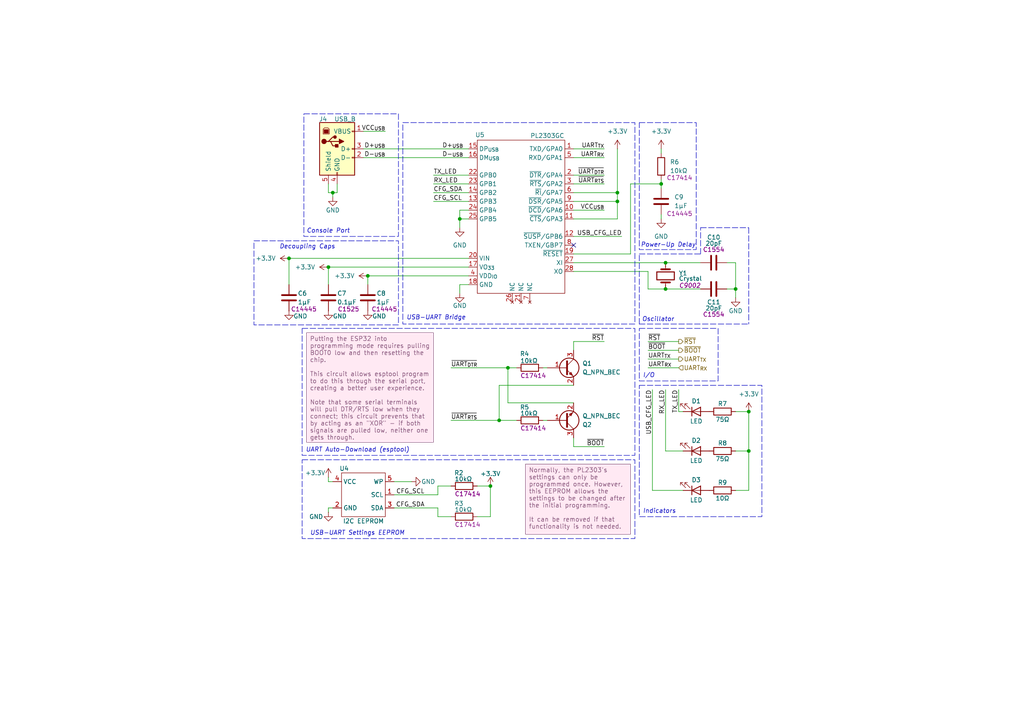
<source format=kicad_sch>
(kicad_sch (version 20231120) (generator "eeschema") (generator_version "8.0")
  (paper "A4")
  (title_block (title "Candytuft WS2811 Controller - USB-UART Circuitry") (date "2024-10-18") (rev "1") (company "https://git.creatures.gay/digimint/candytuft") (comment 3 "Licensed under the CERN OHL-S v2") (comment 4 "Copyright 2024 digimint"))
  (lib_symbols
    (symbol "Connector:USB_B" (pin_names (offset 1.016))
      (property "Reference" "J" (at -5.08 11.43 0))
      (property "Value" "USB_B" (at -5.08 8.89 0))
      (symbol "USB_B_0_1"
        (rectangle (start -5.08 -7.62) (end 5.08 7.62) (stroke (width 0.254)) (fill (type background)))
        (circle (center -3.81 2.159) (radius 0.635) (stroke (width 0.254)) (fill (type outline)))
        (rectangle (start -3.81 5.588) (end -2.54 4.572) (fill (type outline)))
        (circle (center -0.635 3.429) (radius 0.381) (stroke (width 0.254)) (fill (type outline)))
        (rectangle (start -0.127 -7.62) (end 0.127 -6.858))
        (polyline (pts (xy -1.905 2.159) (xy 0.635 2.159)) (stroke (width 0.254)))
        (polyline (pts (xy -3.175 2.159) (xy -2.54 2.159) (xy -1.27 3.429) (xy -0.635 3.429)) (stroke (width 0.254)))
        (polyline (pts (xy -2.54 2.159) (xy -1.905 2.159) (xy -1.27 0.889) (xy 0 0.889)) (stroke (width 0.254)))
        (polyline (pts (xy 0.635 2.794) (xy 0.635 1.524) (xy 1.905 2.159) (xy 0.635 2.794)) (stroke (width 0.254)) (fill (type outline)))
        (polyline (pts (xy -4.064 4.318) (xy -2.286 4.318) (xy -2.286 5.715) (xy -2.667 6.096) (xy -3.683 6.096) (xy -4.064 5.715) (xy -4.064 4.318)))
        (rectangle (start 0.254 1.27) (end -0.508 0.508) (stroke (width 0.254)) (fill (type outline)))
        (rectangle (start 5.08 -2.667) (end 4.318 -2.413))
        (rectangle (start 5.08 -0.127) (end 4.318 0.127))
        (rectangle (start 5.08 4.953) (end 4.318 5.207))
      )
      (symbol "USB_B_1_1"
        (pin power_out line (at 7.62 5.08 180) (length 2.54) (name "VBUS") (number "1"))
        (pin bidirectional line (at 7.62 -2.54 180) (length 2.54) (name "D-") (number "2"))
        (pin bidirectional line (at 7.62 0 180) (length 2.54) (name "D+") (number "3"))
        (pin power_out line (at 0 -10.16 90) (length 2.54) (name "GND") (number "4"))
        (pin passive line (at -2.54 -10.16 90) (length 2.54) (name "Shield") (number "5"))
      )
    )
    (symbol "Device:C" (pin_numbers hide) (pin_names (offset 0.254))
      (property "Reference" "C" (at 0.635 2.54 0))
      (property "Value" "C" (at 0.635 -2.54 0))
      (symbol "C_0_1"
        (polyline (pts (xy -2.032 -0.762) (xy 2.032 -0.762)) (stroke (width 0.508)))
        (polyline (pts (xy -2.032 0.762) (xy 2.032 0.762)) (stroke (width 0.508)))
      )
      (symbol "C_1_1"
        (pin passive line (at 0 3.81 270) (length 2.794) (name "~") (number "1"))
        (pin passive line (at 0 -3.81 90) (length 2.794) (name "~") (number "2"))
      )
    )
    (symbol "Device:Crystal" (pin_numbers hide) (pin_names (offset 1.016) hide)
      (property "Reference" "Y" (at 0 3.81 0))
      (property "Value" "Crystal" (at 0 -3.81 0))
      (symbol "Crystal_0_1"
        (rectangle (start -1.143 2.54) (end 1.143 -2.54) (stroke (width 0.3048)))
        (polyline (pts (xy -2.54 0) (xy -1.905 0)))
        (polyline (pts (xy -1.905 -1.27) (xy -1.905 1.27)) (stroke (width 0.508)))
        (polyline (pts (xy 1.905 -1.27) (xy 1.905 1.27)) (stroke (width 0.508)))
        (polyline (pts (xy 2.54 0) (xy 1.905 0)))
      )
      (symbol "Crystal_1_1"
        (pin passive line (at -3.81 0 0) (length 1.27) (name "1") (number "1"))
        (pin passive line (at 3.81 0 180) (length 1.27) (name "2") (number "2"))
      )
    )
    (symbol "Device:LED" (pin_numbers hide) (pin_names (offset 1.016) hide)
      (property "Reference" "D" (at 0 2.54 0))
      (property "Value" "LED" (at 0 -2.54 0))
      (symbol "LED_0_1"
        (polyline (pts (xy -1.27 -1.27) (xy -1.27 1.27)) (stroke (width 0.254)))
        (polyline (pts (xy -1.27 0) (xy 1.27 0)))
        (polyline (pts (xy 1.27 -1.27) (xy 1.27 1.27) (xy -1.27 0) (xy 1.27 -1.27)) (stroke (width 0.254)))
        (polyline (pts (xy -3.048 -0.762) (xy -4.572 -2.286) (xy -3.81 -2.286) (xy -4.572 -2.286) (xy -4.572 -1.524)))
        (polyline (pts (xy -1.778 -0.762) (xy -3.302 -2.286) (xy -2.54 -2.286) (xy -3.302 -2.286) (xy -3.302 -1.524)))
      )
      (symbol "LED_1_1"
        (pin passive line (at -3.81 0 0) (length 2.54) (name "K") (number "1"))
        (pin passive line (at 3.81 0 180) (length 2.54) (name "A") (number "2"))
      )
    )
    (symbol "Device:Q_NPN_BEC" (pin_names (offset 0) hide)
      (property "Reference" "Q" (at 5.08 1.27 0))
      (property "Value" "Q_NPN_BEC" (at 5.08 -1.27 0))
      (symbol "Q_NPN_BEC_0_1"
        (polyline (pts (xy 0.635 0.635) (xy 2.54 2.54)))
        (polyline (pts (xy 0.635 -0.635) (xy 2.54 -2.54) (xy 2.54 -2.54)))
        (polyline (pts (xy 0.635 1.905) (xy 0.635 -1.905) (xy 0.635 -1.905)) (stroke (width 0.508)))
        (polyline (pts (xy 1.27 -1.778) (xy 1.778 -1.27) (xy 2.286 -2.286) (xy 1.27 -1.778) (xy 1.27 -1.778)) (fill (type outline)))
        (circle (center 1.27 0) (radius 2.8194) (stroke (width 0.254)))
      )
      (symbol "Q_NPN_BEC_1_1"
        (pin input line (at -5.08 0 0) (length 5.715) (name "B") (number "1"))
        (pin passive line (at 2.54 -5.08 90) (length 2.54) (name "E") (number "2"))
        (pin passive line (at 2.54 5.08 270) (length 2.54) (name "C") (number "3"))
      )
    )
    (symbol "Device:R" (pin_numbers hide) (pin_names (offset 0))
      (property "Reference" "R" (at 2.032 0 90))
      (property "Value" "R" (at 0 0 90))
      (symbol "R_0_1"
        (rectangle (start -1.016 -2.54) (end 1.016 2.54) (stroke (width 0.254)))
      )
      (symbol "R_1_1"
        (pin passive line (at 0 3.81 270) (length 1.27) (name "~") (number "1"))
        (pin passive line (at 0 -3.81 90) (length 1.27) (name "~") (number "2"))
      )
    )
    (symbol "candytuft:24C02S"
      (property "Reference" "U" (at -5.588 7.62 0))
      (symbol "24C02S_0_1"
        (rectangle (start -6.35 6.35) (end 6.35 -6.35))
      )
      (symbol "24C02S_1_1"
        (pin open_collector line (at 8.89 0 180) (length 2.54) (name "SCL") (number "1"))
        (pin power_in line (at -8.89 -3.81 0) (length 2.54) (name "GND") (number "2"))
        (pin open_collector line (at 8.89 -3.81 180) (length 2.54) (name "SDA") (number "3"))
        (pin power_in line (at -8.89 3.81 0) (length 2.54) (name "VCC") (number "4"))
        (pin input line (at 8.89 3.81 180) (length 2.54) (name "WP") (number "5"))
      )
    )
    (symbol "candytuft:PL2303GC"
      (property "Reference" "U" (at -11.938 7.874 0))
      (property "Value" "PL2303GC" (at 7.366 7.62 0))
      (symbol "PL2303GC_0_1"
        (rectangle (start -12.7 6.35) (end 12.7 -38.1))
      )
      (symbol "PL2303GC_1_1"
        (pin output line (at 15.24 3.81 180) (length 2.54) (name "TXD/GPA0") (number "1"))
        (pin input line (at 15.24 -13.97 180) (length 2.54) (name "~{DCD}/GPA6") (number "10"))
        (pin input line (at 15.24 -16.51 180) (length 2.54) (name "~{CTS}/GPA3") (number "11"))
        (pin output line (at 15.24 -21.59 180) (length 2.54) (name "~{SUSP}/GPB6") (number "12"))
        (pin bidirectional line (at -15.24 -11.43 0) (length 2.54) (name "GPB3") (number "13"))
        (pin bidirectional line (at -15.24 -8.89 0) (length 2.54) (name "GPB2") (number "14"))
        (pin bidirectional line (at -15.24 3.81 0) (length 2.54) (name "DP_{USB}") (number "15"))
        (pin bidirectional line (at -15.24 1.27 0) (length 2.54) (name "DM_{USB}") (number "16"))
        (pin power_in line (at -15.24 -30.48 0) (length 2.54) (name "VO_{33}") (number "17"))
        (pin power_in line (at -15.24 -35.56 0) (length 2.54) (name "GND") (number "18"))
        (pin input line (at 15.24 -26.67 180) (length 2.54) (name "~{RESET}") (number "19"))
        (pin output line (at 15.24 -3.81 180) (length 2.54) (name "~{DTR}/GPA4") (number "2"))
        (pin power_in line (at -15.24 -27.94 0) (length 2.54) (name "VIN") (number "20"))
        (pin no_connect line (at 0 -40.64 90) (length 2.54) (name "NC") (number "21"))
        (pin bidirectional line (at -15.24 -3.81 0) (length 2.54) (name "GPB0") (number "22"))
        (pin bidirectional line (at -15.24 -6.35 0) (length 2.54) (name "GPB1") (number "23"))
        (pin bidirectional line (at -15.24 -13.97 0) (length 2.54) (name "GPB4") (number "24"))
        (pin bidirectional line (at -15.24 -16.51 0) (length 2.54) (name "GPB5") (number "25"))
        (pin no_connect line (at -2.54 -40.64 90) (length 2.54) (name "NC") (number "26"))
        (pin input line (at 15.24 -29.21 180) (length 2.54) (name "XI") (number "27"))
        (pin input line (at 15.24 -31.75 180) (length 2.54) (name "XO") (number "28"))
        (pin output line (at 15.24 -6.35 180) (length 2.54) (name "~{RTS}/GPA2") (number "3"))
        (pin power_in line (at -15.24 -33.02 0) (length 2.54) (name "VDD_{IO}") (number "4"))
        (pin input line (at 15.24 1.27 180) (length 2.54) (name "RXD/GPA1") (number "5"))
        (pin input line (at 15.24 -8.89 180) (length 2.54) (name "~{RI}/GPA7") (number "6"))
        (pin no_connect line (at 2.54 -40.64 90) (length 2.54) (name "NC") (number "7"))
        (pin output line (at 15.24 -24.13 180) (length 2.54) (name "TXEN/GBP7") (number "8"))
        (pin input line (at 15.24 -11.43 180) (length 2.54) (name "~{DSR}/GPA5") (number "9"))
      )
    )
    (symbol "power:+3.3V" (power) (pin_numbers hide) (pin_names (offset 0) hide)
      (property "Value" "+3.3V" (at 0 3.556 0))
      (symbol "+3.3V_0_1"
        (polyline (pts (xy -0.762 1.27) (xy 0 2.54)))
        (polyline (pts (xy 0 0) (xy 0 2.54)))
        (polyline (pts (xy 0 2.54) (xy 0.762 1.27)))
      )
      (symbol "+3.3V_1_1"
        (pin power_in line (at 0 0 90) (length 0) (name "~") (number "1"))
      )
    )
    (symbol "power:GND" (power) (pin_numbers hide) (pin_names (offset 0) hide)
      (property "Value" "GND" (at 0 -3.81 0))
      (symbol "GND_0_1"
        (polyline (pts (xy 0 0) (xy 0 -1.27) (xy 1.27 -1.27) (xy 0 -2.54) (xy -1.27 -1.27) (xy 0 -1.27)))
      )
      (symbol "GND_1_1"
        (pin power_in line (at 0 0 270) (length 0) (name "~") (number "1"))
      )
    )
  )
  (junction (at 133.35 63.5))
  (junction (at 96.52 55.88))
  (junction (at 95.25 77.47))
  (junction (at 193.04 76.2))
  (junction (at 106.68 80.01))
  (junction (at 217.17 130.81))
  (junction (at 193.04 83.82))
  (junction (at 179.07 55.88))
  (junction (at 144.78 121.92))
  (junction (at 191.77 53.34))
  (junction (at 142.24 140.97))
  (junction (at 179.07 58.42))
  (junction (at 83.82 74.93))
  (junction (at 147.32 106.68))
  (junction (at 213.36 83.82))
  (junction (at 217.17 119.38))
  (no_connect (at 166.37 71.12))
  (wire (pts (xy 213.36 76.2) (xy 213.36 83.82)))
  (wire (pts (xy 95.25 147.32) (xy 95.25 148.59)))
  (wire (pts (xy 193.04 130.81) (xy 198.12 130.81)))
  (wire (pts (xy 196.85 101.6) (xy 187.96 101.6)))
  (wire (pts (xy 96.52 57.15) (xy 96.52 55.88)))
  (wire (pts (xy 166.37 53.34) (xy 175.26 53.34)))
  (wire (pts (xy 191.77 63.5) (xy 191.77 62.23)))
  (wire (pts (xy 105.41 43.18) (xy 135.89 43.18)))
  (wire (pts (xy 166.37 101.6) (xy 166.37 99.06)))
  (wire (pts (xy 138.43 140.97) (xy 142.24 140.97)))
  (wire (pts (xy 179.07 43.18) (xy 179.07 55.88)))
  (wire (pts (xy 147.32 116.84) (xy 166.37 116.84)))
  (wire (pts (xy 187.96 78.74) (xy 187.96 83.82)))
  (wire (pts (xy 106.68 80.01) (xy 106.68 82.55)))
  (wire (pts (xy 142.24 149.86) (xy 138.43 149.86)))
  (wire (pts (xy 213.36 142.24) (xy 217.17 142.24)))
  (wire (pts (xy 105.41 45.72) (xy 135.89 45.72)))
  (wire (pts (xy 210.82 76.2) (xy 213.36 76.2)))
  (wire (pts (xy 97.79 55.88) (xy 97.79 53.34)))
  (wire (pts (xy 142.24 140.97) (xy 142.24 149.86)))
  (wire (pts (xy 191.77 53.34) (xy 191.77 54.61)))
  (wire (pts (xy 127 147.32) (xy 127 149.86)))
  (wire (pts (xy 114.3 139.7) (xy 119.38 139.7)))
  (polyline (pts (xy 185.42 73.66) (xy 203.2 73.66)) (stroke (width 0) (type dash)))
  (wire (pts (xy 125.73 55.88) (xy 135.89 55.88)))
  (wire (pts (xy 166.37 43.18) (xy 175.26 43.18)))
  (wire (pts (xy 130.81 106.68) (xy 147.32 106.68)))
  (wire (pts (xy 95.25 77.47) (xy 135.89 77.47)))
  (wire (pts (xy 182.88 53.34) (xy 191.77 53.34)))
  (wire (pts (xy 196.85 119.38) (xy 198.12 119.38)))
  (wire (pts (xy 147.32 106.68) (xy 149.86 106.68)))
  (wire (pts (xy 95.25 77.47) (xy 95.25 82.55)))
  (wire (pts (xy 95.25 55.88) (xy 95.25 53.34)))
  (wire (pts (xy 166.37 73.66) (xy 182.88 73.66)))
  (polyline (pts (xy 203.2 73.66) (xy 203.2 66.04)) (stroke (width 0) (type dash)))
  (polyline (pts (xy 185.42 93.98) (xy 185.42 73.66)) (stroke (width 0) (type dash)))
  (wire (pts (xy 127 143.51) (xy 127 140.97)))
  (wire (pts (xy 187.96 83.82) (xy 193.04 83.82)))
  (wire (pts (xy 157.48 106.68) (xy 158.75 106.68)))
  (wire (pts (xy 133.35 63.5) (xy 135.89 63.5)))
  (wire (pts (xy 182.88 73.66) (xy 182.88 53.34)))
  (wire (pts (xy 166.37 58.42) (xy 179.07 58.42)))
  (wire (pts (xy 213.36 83.82) (xy 210.82 83.82)))
  (wire (pts (xy 144.78 111.76) (xy 144.78 121.92)))
  (wire (pts (xy 111.76 38.1) (xy 105.41 38.1)))
  (wire (pts (xy 133.35 82.55) (xy 133.35 85.09)))
  (wire (pts (xy 196.85 113.03) (xy 196.85 119.38)))
  (wire (pts (xy 147.32 106.68) (xy 147.32 116.84)))
  (wire (pts (xy 166.37 78.74) (xy 187.96 78.74)))
  (wire (pts (xy 125.73 53.34) (xy 135.89 53.34)))
  (wire (pts (xy 96.52 55.88) (xy 95.25 55.88)))
  (wire (pts (xy 127 149.86) (xy 130.81 149.86)))
  (polyline (pts (xy 185.42 93.98) (xy 217.17 93.98)) (stroke (width 0) (type dash)))
  (wire (pts (xy 166.37 63.5) (xy 179.07 63.5)))
  (wire (pts (xy 83.82 74.93) (xy 83.82 82.55)))
  (wire (pts (xy 133.35 60.96) (xy 133.35 63.5)))
  (wire (pts (xy 191.77 43.18) (xy 191.77 44.45)))
  (wire (pts (xy 135.89 82.55) (xy 133.35 82.55)))
  (wire (pts (xy 83.82 74.93) (xy 135.89 74.93)))
  (wire (pts (xy 179.07 63.5) (xy 179.07 58.42)))
  (wire (pts (xy 144.78 121.92) (xy 149.86 121.92)))
  (wire (pts (xy 196.85 104.14) (xy 187.96 104.14)))
  (wire (pts (xy 133.35 63.5) (xy 133.35 66.04)))
  (wire (pts (xy 166.37 99.06) (xy 175.26 99.06)))
  (wire (pts (xy 166.37 127) (xy 166.37 129.54)))
  (wire (pts (xy 96.52 139.7) (xy 95.25 139.7)))
  (wire (pts (xy 97.79 55.88) (xy 96.52 55.88)))
  (wire (pts (xy 127 140.97) (xy 130.81 140.97)))
  (wire (pts (xy 196.85 106.68) (xy 187.96 106.68)))
  (wire (pts (xy 130.81 121.92) (xy 144.78 121.92)))
  (wire (pts (xy 166.37 129.54) (xy 175.26 129.54)))
  (wire (pts (xy 180.34 68.58) (xy 166.37 68.58)))
  (wire (pts (xy 166.37 50.8) (xy 175.26 50.8)))
  (wire (pts (xy 179.07 58.42) (xy 179.07 55.88)))
  (wire (pts (xy 135.89 60.96) (xy 133.35 60.96)))
  (wire (pts (xy 191.77 52.07) (xy 191.77 53.34)))
  (wire (pts (xy 144.78 111.76) (xy 166.37 111.76)))
  (wire (pts (xy 189.23 113.03) (xy 189.23 142.24)))
  (wire (pts (xy 157.48 121.92) (xy 158.75 121.92)))
  (wire (pts (xy 114.3 147.32) (xy 127 147.32)))
  (wire (pts (xy 213.36 83.82) (xy 213.36 86.36)))
  (wire (pts (xy 114.3 143.51) (xy 127 143.51)))
  (wire (pts (xy 213.36 130.81) (xy 217.17 130.81)))
  (polyline (pts (xy 203.2 66.04) (xy 217.17 66.04)) (stroke (width 0) (type dash)))
  (wire (pts (xy 166.37 55.88) (xy 179.07 55.88)))
  (wire (pts (xy 175.26 60.96) (xy 166.37 60.96)))
  (wire (pts (xy 166.37 45.72) (xy 175.26 45.72)))
  (wire (pts (xy 106.68 80.01) (xy 135.89 80.01)))
  (wire (pts (xy 196.85 99.06) (xy 187.96 99.06)))
  (wire (pts (xy 193.04 76.2) (xy 203.2 76.2)))
  (wire (pts (xy 125.73 58.42) (xy 135.89 58.42)))
  (wire (pts (xy 193.04 113.03) (xy 193.04 130.81)))
  (wire (pts (xy 213.36 119.38) (xy 217.17 119.38)))
  (wire (pts (xy 166.37 76.2) (xy 193.04 76.2)))
  (wire (pts (xy 95.25 138.43) (xy 95.25 139.7)))
  (wire (pts (xy 189.23 142.24) (xy 198.12 142.24)))
  (wire (pts (xy 217.17 119.38) (xy 217.17 130.81)))
  (wire (pts (xy 96.52 147.32) (xy 95.25 147.32)))
  (wire (pts (xy 193.04 83.82) (xy 203.2 83.82)))
  (polyline (pts (xy 217.17 66.04) (xy 217.17 93.98)) (stroke (width 0) (type dash)))
  (wire (pts (xy 125.73 50.8) (xy 135.89 50.8)))
  (wire (pts (xy 217.17 130.81) (xy 217.17 142.24)))
  (rectangle (start 87.63 95.25) (end 184.15 132.08) (stroke (width 0) (type dash)))
  (rectangle (start 185.42 111.76) (end 220.98 149.86) (stroke (width 0) (type dash)))
  (rectangle (start 185.42 35.56) (end 201.93 72.39) (stroke (width 0) (type dash)))
  (rectangle (start 73.66 69.85) (end 115.57 94.234) (stroke (width 0) (type dash)))
  (rectangle (start 87.63 133.35) (end 184.15 156.21) (stroke (width 0) (type dash)))
  (rectangle (start 88.138 33.02) (end 115.57 68.58) (stroke (width 0) (type dash)))
  (rectangle (start 185.42 95.25) (end 208.28 110.49) (stroke (width 0) (type dash)))
  (rectangle (start 116.84 35.56) (end 184.15 93.98) (stroke (width 0) (type dash)))
  (text_box "Putting the ESP32 into programming mode requires pulling BOOT0 low and then resetting the chip.\n\nThis circuit allows esptool program to do this through the serial port, creating a better user experience.\n\nNote that some serial terminals will pull DTR/RTS low when they connect; this circuit prevents that by acting as an \"XOR\" - if both signals are pulled low, neither one gets through." (at 88.9 96.52 0) (size 36.83 31.75) (stroke (width 0) (color 136 87 125 1)) (fill (type color) (color 255 233 243 1)) (effects (font (size 1.27 1.27)) (justify left top)))
  (text_box "Normally, the PL2303's settings can only be programmed once. However, this EEPROM allows the settings to be changed after the initial programming.\n\nIt can be removed if that functionality is not needed." (at 152.4 134.62 0) (size 30.48 20.32) (stroke (width 0) (color 136 87 125 1)) (fill (type color) (color 255 233 243 1)) (effects (font (size 1.27 1.27)) (justify left top)))
  (text "Oscillator" (at 186.182 92.71 0) (effects (font (size 1.27 1.27) (italic yes)) (justify left)))
  (text "Decoupling Caps" (at 81.026 71.628 0) (effects (font (size 1.27 1.27) (italic yes)) (justify left)))
  (text "Console Port" (at 88.9 67.056 0) (effects (font (size 1.27 1.27) (italic yes)) (justify left)))
  (text "I/O" (at 186.436 108.966 0) (effects (font (size 1.27 1.27) (italic yes)) (justify left)))
  (text "UART Auto-Download (esptool)" (at 88.646 130.556 0) (effects (font (size 1.27 1.27) (italic yes)) (justify left)))
  (text "USB-UART Settings EEPROM" (at 89.916 154.686 0) (effects (font (size 1.27 1.27) (italic yes)) (justify left)))
  (text "Indicators" (at 191.262 148.336 0) (effects (font (size 1.27 1.27) (italic yes))))
  (text "USB-UART Bridge" (at 117.856 92.202 0) (effects (font (size 1.27 1.27) (italic yes)) (justify left)))
  (text "Power-Up Delay" (at 193.802 71.12 0) (effects (font (size 1.27 1.27) (italic yes))))
  (label "D+_{USB}" (at 128.27 43.18 0))
  (label "USB_CFG_LED" (at 189.23 113.03 270))
  (label "~{RST}" (at 187.96 99.06 0))
  (label "UART_{TX}" (at 187.96 104.14 0))
  (label "UART_{RX}" (at 187.96 106.68 0))
  (label "VCC_{USB}" (at 175.26 60.96 180))
  (label "CFG_SDA" (at 125.73 55.88 0))
  (label "~{UART_{DTR}}" (at 175.26 50.8 180))
  (label "VCC_{USB}" (at 111.76 38.1 180))
  (label "RX_LED" (at 193.04 113.03 270))
  (label "~{BOOT}" (at 175.26 129.54 180))
  (label "~{UART_{RTS}}" (at 175.26 53.34 180))
  (label "RX_LED" (at 125.73 53.34 0))
  (label "CFG_SCL" (at 125.73 58.42 0))
  (label "CFG_SDA" (at 123.19 147.32 180))
  (label "TX_LED" (at 125.73 50.8 0))
  (label "D-_{USB}" (at 128.27 45.72 0))
  (label "TX_LED" (at 196.85 113.03 270))
  (label "~{RST}" (at 175.26 99.06 180))
  (label "CFG_SCL" (at 123.19 143.51 180))
  (label "UART_{TX}" (at 175.26 43.18 180))
  (label "~{BOOT}" (at 187.96 101.6 0))
  (label "USB_CFG_LED" (at 180.34 68.58 180))
  (label "UART_{RX}" (at 175.26 45.72 180))
  (label "D+_{USB}" (at 111.76 43.18 180))
  (label "D-_{USB}" (at 111.76 45.72 180))
  (label "~{UART_{DTR}}" (at 130.81 106.68 0))
  (label "~{UART_{RTS}}" (at 130.81 121.92 0))
  (hierarchical_label "UART_{RX}" (shape input) (at 196.85 106.68 0))
  (hierarchical_label "~{RST}" (shape output) (at 196.85 99.06 0))
  (hierarchical_label "UART_{TX}" (shape output) (at 196.85 104.14 0))
  (hierarchical_label "~{BOOT}" (shape output) (at 196.85 101.6 0))
  (symbol (lib_id "power:GND") (at 119.38 139.7 90) (unit 1)
    (property "Reference" "#PWR025" (effects (hide yes)))
    (property "Value" "GND" (at 124.206 139.7 90))
    (property "Description" "Power symbol creates a global label with name \"GND\" , ground" (effects (hide yes)))
  )
  (symbol (lib_id "power:GND") (at 133.35 85.09 0) (unit 1)
    (property "Reference" "#PWR027" (effects (hide yes)))
    (property "Value" "GND" (at 133.35 88.646 0))
    (property "Description" "Power symbol creates a global label with name \"GND\" , ground" (effects (hide yes)))
  )
  (symbol (lib_id "Device:C") (at 83.82 86.36 0) (unit 1)
    (property "Reference" "C6" (at 86.36 85.09 0) (effects (justify left)))
    (property "Value" "1μF" (at 86.36 87.63 0) (effects (justify left)))
    (property "Footprint" "Capacitor_SMD:C_0402_1005Metric" (effects (hide yes)))
    (property "Description" "Unpolarized capacitor" (effects (hide yes)))
    (property "LCSC" "C14445" (at 88.138 89.662 0))
  )
  (symbol (lib_id "Device:Q_NPN_BEC") (at 163.83 106.68 0) (unit 1)
    (property "Reference" "Q1" (at 168.91 105.4099 0) (effects (justify left)))
    (property "Value" "Q_NPN_BEC" (at 168.91 107.9499 0) (effects (justify left)))
    (property "Description" "NPN transistor, base/emitter/collector" (effects (hide yes)))
  )
  (symbol (lib_id "power:GND") (at 95.25 90.17 0) (unit 1)
    (property "Reference" "#PWR019" (effects (hide yes)))
    (property "Value" "GND" (at 98.552 91.694 0))
    (property "Description" "Power symbol creates a global label with name \"GND\" , ground" (effects (hide yes)))
  )
  (symbol (lib_id "Device:C") (at 106.68 86.36 0) (unit 1)
    (property "Reference" "C8" (at 109.22 85.09 0) (effects (justify left)))
    (property "Value" "1μF" (at 109.22 87.63 0) (effects (justify left)))
    (property "Footprint" "Capacitor_SMD:C_0402_1005Metric" (effects (hide yes)))
    (property "Description" "Unpolarized capacitor" (effects (hide yes)))
    (property "LCSC" "C14445" (at 111.506 89.662 0))
  )
  (symbol (lib_id "power:GND") (at 96.52 57.15 0) (unit 1)
    (property "Reference" "#PWR022" (effects (hide yes)))
    (property "Value" "GND" (at 96.52 60.96 0))
    (property "Description" "Power symbol creates a global label with name \"GND\" , ground" (effects (hide yes)))
  )
  (symbol (lib_id "power:+3.3V") (at 142.24 140.97 0) (unit 1)
    (property "Reference" "#PWR028" (effects (hide yes)))
    (property "Value" "+3.3V" (at 142.24 137.414 0))
    (property "Description" "Power symbol creates a global label with name \"+3.3V\"" (effects (hide yes)))
  )
  (symbol (lib_id "Device:R") (at 153.67 121.92 90) (unit 1)
    (property "Reference" "R5" (at 152.146 118.11 90))
    (property "Value" "10kΩ" (at 150.876 119.888 90) (effects (justify right)))
    (property "Footprint" "Resistor_SMD:R_0805_2012Metric" (effects (hide yes)))
    (property "Description" "Resistor" (effects (hide yes)))
    (property "LCSC" "C17414" (at 154.686 124.206 90))
  )
  (symbol (lib_id "power:+3.3V") (at 95.25 77.47 90) (unit 1)
    (property "Reference" "#PWR018" (effects (hide yes)))
    (property "Value" "+3.3V" (at 91.44 77.4699 90) (effects (justify left)))
    (property "Description" "Power symbol creates a global label with name \"+3.3V\"" (effects (hide yes)))
  )
  (symbol (lib_id "power:+3.3V") (at 217.17 119.38 0) (unit 1)
    (property "Reference" "#PWR033" (effects (hide yes)))
    (property "Value" "+3.3V" (at 217.17 114.3 0))
    (property "Description" "Power symbol creates a global label with name \"+3.3V\"" (effects (hide yes)))
  )
  (symbol (lib_id "power:GND") (at 191.77 63.5 0) (unit 1)
    (property "Reference" "#PWR031" (effects (hide yes)))
    (property "Value" "GND" (at 191.77 68.58 0))
    (property "Description" "Power symbol creates a global label with name \"GND\" , ground" (effects (hide yes)))
  )
  (symbol (lib_id "Device:R") (at 153.67 106.68 90) (unit 1)
    (property "Reference" "R4" (at 152.146 102.616 90))
    (property "Value" "10kΩ" (at 150.876 104.648 90) (effects (justify right)))
    (property "Footprint" "Resistor_SMD:R_0805_2012Metric" (effects (hide yes)))
    (property "Description" "Resistor" (effects (hide yes)))
    (property "LCSC" "C17414" (at 154.686 108.966 90))
  )
  (symbol (lib_id "Device:R") (at 209.55 130.81 90) (unit 1)
    (property "Reference" "R8" (at 209.55 128.524 90))
    (property "Value" "75Ω" (at 209.55 133.096 90))
    (property "Footprint" "Resistor_SMD:R_0603_1608Metric" (effects (hide yes)))
    (property "Description" "Resistor" (effects (hide yes)))
    (property "Part No" "0603WAF750JT5E" (effects (hide yes)))
  )
  (symbol (lib_id "Device:R") (at 134.62 149.86 90) (unit 1)
    (property "Reference" "R3" (at 133.096 146.05 90))
    (property "Value" "10kΩ" (at 131.826 147.828 90) (effects (justify right)))
    (property "Footprint" "Resistor_SMD:R_0805_2012Metric" (effects (hide yes)))
    (property "Description" "Resistor" (effects (hide yes)))
    (property "LCSC" "C17414" (at 135.636 152.146 90))
  )
  (symbol (lib_id "Device:Crystal") (at 193.04 80.01 90) (unit 1)
    (property "Reference" "Y1" (at 196.85 79.248 90) (effects (justify right)))
    (property "Value" "Crystal" (at 196.85 80.772 90) (effects (justify right)))
    (property "Description" "Two pin crystal" (effects (hide yes)))
    (property "LCSC" "C9002" (at 200.152 82.804 90) (effects (font (italic yes))))
  )
  (symbol (lib_id "Device:R") (at 209.55 142.24 90) (unit 1)
    (property "Reference" "R9" (at 209.55 139.954 90))
    (property "Value" "10Ω" (at 209.55 144.526 90))
    (property "Footprint" "Resistor_SMD:R_0805_2012Metric" (effects (hide yes)))
    (property "Description" "Resistor" (effects (hide yes)))
    (property "Part No" "0805W8F100JT5E" (effects (hide yes)))
  )
  (symbol (lib_id "Device:LED") (at 201.93 142.24 0) (mirror x) (unit 1)
    (property "Reference" "D3" (at 201.93 139.192 0))
    (property "Value" "LED" (at 201.93 145.034 0))
    (property "Footprint" "LED_THT:LED_D5.0mm_Clear" (effects (hide yes)))
    (property "Description" "Light emitting diode" (effects (hide yes)))
  )
  (symbol (lib_id "Device:C") (at 207.01 76.2 90) (unit 1)
    (property "Reference" "C10" (at 207.01 68.834 90))
    (property "Value" "20pF" (at 207.01 70.612 90))
    (property "Footprint" "Capacitor_SMD:C_0402_1005Metric" (effects (hide yes)))
    (property "Description" "Unpolarized capacitor" (effects (hide yes)))
    (property "LCSC" "C1554" (at 207.01 72.39 90))
  )
  (symbol (lib_id "power:GND") (at 95.25 148.59 0) (unit 1)
    (property "Reference" "#PWR021" (effects (hide yes)))
    (property "Value" "GND" (at 91.694 149.86 0))
    (property "Description" "Power symbol creates a global label with name \"GND\" , ground" (effects (hide yes)))
  )
  (symbol (lib_id "Device:R") (at 134.62 140.97 90) (unit 1)
    (property "Reference" "R2" (at 133.096 137.16 90))
    (property "Value" "10kΩ" (at 131.826 138.938 90) (effects (justify right)))
    (property "Footprint" "Resistor_SMD:R_0805_2012Metric" (effects (hide yes)))
    (property "Description" "Resistor" (effects (hide yes)))
    (property "LCSC" "C17414" (at 135.636 143.256 90))
  )
  (symbol (lib_id "power:+3.3V") (at 106.68 80.01 90) (unit 1)
    (property "Reference" "#PWR023" (effects (hide yes)))
    (property "Value" "+3.3V" (at 102.87 80.0099 90) (effects (justify left)))
    (property "Description" "Power symbol creates a global label with name \"+3.3V\"" (effects (hide yes)))
  )
  (symbol (lib_id "Device:C") (at 191.77 58.42 0) (unit 1)
    (property "Reference" "C9" (at 195.58 57.1499 0) (effects (justify left)))
    (property "Value" "1μF" (at 195.58 59.6899 0) (effects (justify left)))
    (property "Footprint" "Capacitor_SMD:C_0402_1005Metric" (effects (hide yes)))
    (property "Description" "Unpolarized capacitor" (effects (hide yes)))
    (property "LCSC" "C14445" (at 197.104 61.976 0))
  )
  (symbol (lib_id "power:+3.3V") (at 191.77 43.18 0) (unit 1)
    (property "Reference" "#PWR030" (effects (hide yes)))
    (property "Value" "+3.3V" (at 191.77 38.1 0))
    (property "Description" "Power symbol creates a global label with name \"+3.3V\"" (effects (hide yes)))
  )
  (symbol (lib_id "Device:LED") (at 201.93 130.81 0) (mirror x) (unit 1)
    (property "Reference" "D2" (at 201.93 127.762 0))
    (property "Value" "LED" (at 201.93 133.604 0))
    (property "Footprint" "LED_THT:LED_D5.0mm_Clear" (effects (hide yes)))
    (property "Description" "Light emitting diode" (effects (hide yes)))
  )
  (symbol (lib_id "power:+3.3V") (at 179.07 43.18 0) (unit 1)
    (property "Reference" "#PWR029" (effects (hide yes)))
    (property "Value" "+3.3V" (at 179.07 38.1 0))
    (property "Description" "Power symbol creates a global label with name \"+3.3V\"" (effects (hide yes)))
  )
  (symbol (lib_id "Device:Q_NPN_BEC") (at 163.83 121.92 0) (mirror x) (unit 1)
    (property "Reference" "Q2" (at 168.91 123.1901 0) (effects (justify left)))
    (property "Value" "Q_NPN_BEC" (at 168.91 120.6501 0) (effects (justify left)))
    (property "Description" "NPN transistor, base/emitter/collector" (effects (hide yes)))
  )
  (symbol (lib_id "candytuft:24C02S") (at 105.41 143.51 0) (unit 1)
    (property "Reference" "U4" (at 99.822 135.89 0))
    (property "Value" "I2C EEPROM" (at 105.41 151.13 0))
  )
  (symbol (lib_id "Device:LED") (at 201.93 119.38 0) (mirror x) (unit 1)
    (property "Reference" "D1" (at 201.93 116.332 0))
    (property "Value" "LED" (at 201.93 122.174 0))
    (property "Footprint" "LED_THT:LED_D5.0mm_Clear" (effects (hide yes)))
    (property "Description" "Light emitting diode" (effects (hide yes)))
  )
  (symbol (lib_id "Device:R") (at 209.55 119.38 90) (unit 1)
    (property "Reference" "R7" (at 209.55 117.094 90))
    (property "Value" "75Ω" (at 209.55 121.666 90))
    (property "Footprint" "Resistor_SMD:R_0603_1608Metric" (effects (hide yes)))
    (property "Description" "Resistor" (effects (hide yes)))
    (property "Part No." "0603WAF750JT5E" (effects (hide yes)))
  )
  (symbol (lib_id "power:+3.3V") (at 83.82 74.93 90) (unit 1)
    (property "Reference" "#PWR016" (effects (hide yes)))
    (property "Value" "+3.3V" (at 80.01 74.9299 90) (effects (justify left)))
    (property "Description" "Power symbol creates a global label with name \"+3.3V\"" (effects (hide yes)))
  )
  (symbol (lib_id "power:GND") (at 133.35 66.04 0) (unit 1)
    (property "Reference" "#PWR026" (effects (hide yes)))
    (property "Value" "GND" (at 133.35 71.12 0))
    (property "Description" "Power symbol creates a global label with name \"GND\" , ground" (effects (hide yes)))
  )
  (symbol (lib_id "power:GND") (at 213.36 86.36 0) (unit 1)
    (property "Reference" "#PWR032" (effects (hide yes)))
    (property "Value" "GND" (at 213.36 90.17 0))
    (property "Description" "Power symbol creates a global label with name \"GND\" , ground" (effects (hide yes)))
  )
  (symbol (lib_id "Device:C") (at 95.25 86.36 0) (unit 1)
    (property "Reference" "C7" (at 97.79 85.09 0) (effects (justify left)))
    (property "Value" "0.1μF" (at 97.79 87.63 0) (effects (justify left)))
    (property "Footprint" "Capacitor_SMD:C_0402_1005Metric" (effects (hide yes)))
    (property "Description" "Unpolarized capacitor" (effects (hide yes)))
    (property "LCSC" "C1525" (at 101.092 89.662 0))
  )
  (symbol (lib_id "power:GND") (at 83.82 90.17 0) (unit 1)
    (property "Reference" "#PWR017" (effects (hide yes)))
    (property "Value" "GND" (at 87.122 91.694 0))
    (property "Description" "Power symbol creates a global label with name \"GND\" , ground" (effects (hide yes)))
  )
  (symbol (lib_id "candytuft:PL2303GC") (at 151.13 46.99 0) (unit 1)
    (property "Reference" "U5" (at 139.192 39.116 0))
    (property "Value" "PL2303GC" (at 158.75 39.37 0))
    (property "Description" "USB-UART Bridge" (effects (hide yes)))
  )
  (symbol (lib_id "Connector:USB_B") (at 97.79 43.18 0) (unit 1)
    (property "Reference" "J4" (at 93.726 34.544 0))
    (property "Value" "USB_B" (at 100.076 34.544 0))
    (property "Datasheet" " ~" (effects (hide yes)))
    (property "Description" "USB Type B connector" (effects (hide yes)))
  )
  (symbol (lib_id "Device:R") (at 191.77 48.26 0) (unit 1)
    (property "Reference" "R6" (at 194.31 46.9899 0) (effects (justify left)))
    (property "Value" "10kΩ" (at 194.31 49.5299 0) (effects (justify left)))
    (property "Footprint" "Resistor_SMD:R_0805_2012Metric" (effects (hide yes)))
    (property "Description" "Resistor" (effects (hide yes)))
    (property "LCSC" "C17414" (at 197.104 51.562 0))
  )
  (symbol (lib_id "power:+3.3V") (at 95.25 138.43 0) (unit 1)
    (property "Reference" "#PWR020" (effects (hide yes)))
    (property "Value" "+3.3V" (at 91.44 137.16 0))
    (property "Description" "Power symbol creates a global label with name \"+3.3V\"" (effects (hide yes)))
  )
  (symbol (lib_id "power:GND") (at 106.68 90.17 0) (unit 1)
    (property "Reference" "#PWR024" (effects (hide yes)))
    (property "Value" "GND" (at 109.982 91.694 0))
    (property "Description" "Power symbol creates a global label with name \"GND\" , ground" (effects (hide yes)))
  )
  (symbol (lib_id "Device:C") (at 207.01 83.82 90) (unit 1)
    (property "Reference" "C11" (at 207.01 87.63 90))
    (property "Value" "20pF" (at 207.01 89.408 90))
    (property "Footprint" "Capacitor_SMD:C_0402_1005Metric" (effects (hide yes)))
    (property "Description" "Unpolarized capacitor" (effects (hide yes)))
    (property "LCSC" "C1554" (at 207.01 91.186 90))
  )
)
</source>
